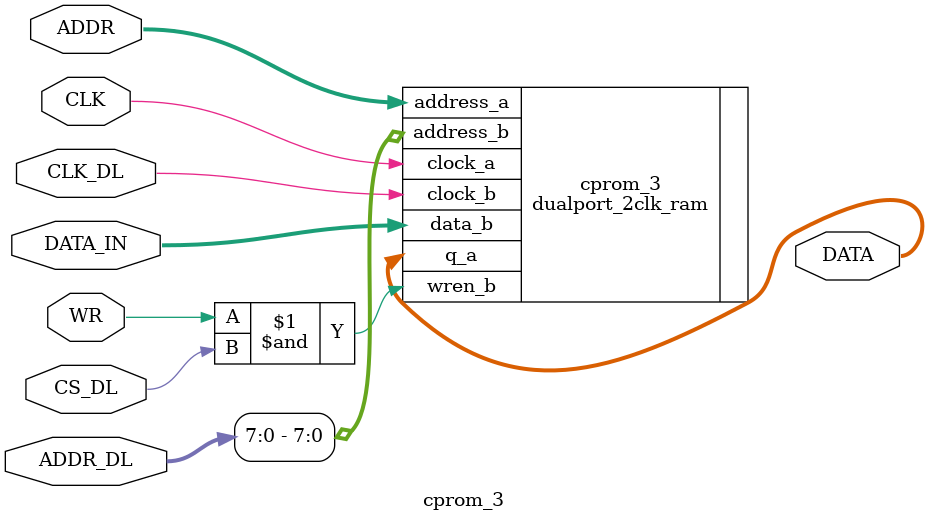
<source format=sv>



module selector
(
	input logic [24:0] ioctl_addr,
	output logic ep0_cs, ep1_cs, ep2_cs, ep3_cs, ep4_cs, ep5_cs, ep6_cs, ep7_cs, ep8_cs, ep9_cs, ep10_cs, ep11_cs, ep12_cs, ep13_cs,cp1_cs,cp2_cs,cp3_cs
);

	always_comb begin
		{ep0_cs, ep1_cs, ep2_cs, ep3_cs, ep4_cs, ep5_cs, ep6_cs, ep7_cs, ep8_cs, ep9_cs, ep10_cs, ep11_cs, ep12_cs, ep13_cs,cp1_cs,cp2_cs,cp3_cs} = 0;


		if     (ioctl_addr < 'h08000) ep0_cs = 1; // 0x8000 15   - Main CPU Main ROM Bank
		else if(ioctl_addr < 'h10000) ep1_cs = 1; // 0x8000 15   - Main CPU Banked ROM
		else if(ioctl_addr < 'h18000) ep2_cs = 1; // 0x8000 14	 - Graphics ROM

		
		
		else if(ioctl_addr < 'h1C000) ep3_cs = 1; // 0x0100 12   - Sound
		else if(ioctl_addr < 'h1C100) ep4_cs = 1; // 0x0F00 12   - Pallette
//		else if(ioctl_addr < 'h1D000) ep5_cs = 1; // 0x4000 12   - Reserved
//		else if(ioctl_addr < 'h1a217) ep5_cs = 1; // 0x2000 12   - Foreground - Chars

		/*		else if(ioctl_addr < 'h20000) ep5_cs = 1; // 0x8000 14   - Background - Tiles
		else if(ioctl_addr < 'h28000) ep6_cs = 1; // 0x8000 14	- Background - Tiles
		else if(ioctl_addr < 'h30000) ep7_cs = 1; // 0x8000 14	- Background - Tiles
		else if(ioctl_addr < 'h38000) ep8_cs = 1; // 0x8000 14	- Background - Tiles
		else if(ioctl_addr < 'h40000) ep9_cs = 1; // 0x8000 14	- Sprites
		else if(ioctl_addr < 'h48000) ep10_cs = 1; // 0x8000 14	- Sprites
		else if(ioctl_addr < 'h50000) ep11_cs = 1; // 0x8000 14	- Sprites
		else if(ioctl_addr < 'h58000) ep12_cs = 1; // 0x8000 14	- Sprites

		else if(ioctl_addr < 'h58100) cp1_cs = 1; // 0x8000 14	- Colour Prom #1
		else if(ioctl_addr < 'h58200) cp2_cs = 1; // 0x8000 14	- Colour Prom #2
		else if(ioctl_addr < 'h58300) cp3_cs = 1; // 0x8000 14	- Colour Prom #3 */

		else ep5_cs = 1; // 0x8000 14	- Background - Tiles

	end
endmodule

////////////
// EPROMS //
////////////

module eprom_0 //program
(
	input logic        CLK,
	input logic        CLK_DL,
	input logic        CEN,
	input logic [14:0] ADDR,
	input logic [24:0] ADDR_DL,
	input logic [7:0]  DATA_IN,
	input logic        CS_DL,
	input logic        WR,
	output logic [7:0] DATA
);

	dualport_2clk_ram #(.FALLING_B(1),.ADDR_WIDTH(15)) eprom_0
	(
		.clock_a(CLK),
		.address_a(ADDR[14:0]),
		.q_a(DATA),
		.clock_b(CLK_DL),
		.address_b(ADDR_DL[14:0]),
		.data_b(DATA_IN),
		.wren_b(WR & CS_DL)
	);
endmodule


module eprom_1  //program
(
	input logic        CLK,
	input logic        CLK_DL,
	input logic        CEN,	
	input logic [14:0] ADDR,
	input logic [24:0] ADDR_DL,
	input logic [7:0]  DATA_IN,
	input logic        CS_DL,
	input logic        WR,
	output logic [7:0] DATA
);
	
	dualport_2clk_ram #(.FALLING_B(1),.ADDR_WIDTH(15))eprom_1
	(
		.clock_a(CLK),
		.address_a(ADDR[14:0]),
		.q_a(DATA),
		.clock_b(CLK_DL),
		.address_b(ADDR_DL[14:0]),
		.data_b(DATA_IN),
		.wren_b(WR & CS_DL)
	);
endmodule

module eprom_2
(
	input logic        CLK,
	input logic        CLK_DL,
	input logic [14:0] ADDR,
	input logic [24:0] ADDR_DL,
	input logic [7:0]  DATA_IN,
	input logic        CS_DL,
	input logic        WR,
	output logic [7:0] DATA
);

	dualport_2clk_ram #(.FALLING_B(1),.ADDR_WIDTH(15)) eprom_2
	(
		.clock_a(CLK),
		.address_a(ADDR[14:0]),
		.q_a(DATA),
		.clock_b(CLK_DL),
		.address_b(ADDR_DL[14:0]),
		.data_b(DATA_IN),
		.wren_b(WR & CS_DL)
	);
endmodule

module eprom_3 //sound ROM
(
	input logic        CLK,
	input logic        CLK_DL,
	input logic [13:0] ADDR,
	input logic [24:0] ADDR_DL,
	input logic [7:0]  DATA_IN,
	input logic        CS_DL,
	input logic        WR,
	output logic [7:0] DATA
);

	dualport_2clk_ram #(.FALLING_B(1),.ADDR_WIDTH(14)) eprom_3
	(
		.clock_a(CLK),
		.address_a(ADDR[13:0]),
		.q_a(DATA[7:0]),
		.clock_b(CLK_DL),
		.address_b(ADDR_DL[13:0]),
		.data_b(DATA_IN),
		.wren_b(WR & CS_DL)
	);
endmodule



module eprom_4 //layer ROM
(
	input logic        CLK,
	input logic        CLK_DL,
	input logic [7:0] ADDR,
	input logic [24:0] ADDR_DL,
	input logic [7:0]  DATA_IN,
	input logic        CS_DL,
	input logic        WR,
	output logic [7:0] DATA
);
	dualport_2clk_ram #(.FALLING_B(1),.ADDR_WIDTH(8)) eprom_4
	(
		.clock_a(CLK),
		.address_a(ADDR[7:0]),
		.q_a(DATA[7:0]),

		.clock_b(CLK_DL),
		.address_b(ADDR_DL[7:0]),
		.data_b(DATA_IN),
		.wren_b(WR & CS_DL)
	);
endmodule

module eprom_dummy
(
	input logic        CLK,
	input logic        CLK_DL,
	input logic [12:0] ADDR,
	input logic [24:0] ADDR_DL,
	input logic [7:0]  DATA_IN,
	input logic        CS_DL,
	input logic        WR,
	output logic [7:0] DATA
);
	dualport_2clk_ram #(.FALLING_B(1),.ADDR_WIDTH(13)) eprom_dummy
	(
		.clock_a(CLK),
		.address_a(ADDR[12:0]),
		.q_a(DATA[7:0]),

		.clock_b(CLK_DL),
		.address_b(ADDR_DL[12:0]),
		.data_b(DATA_IN),
		.wren_b(WR & CS_DL)
	);
endmodule

module eprom_5 //sound cpu program / data
(
	input logic        CLK,
	input logic        CLK_DL,
	input logic [13:0] ADDR,
	input logic [24:0] ADDR_DL,
	input logic [7:0]  DATA_IN,
	input logic        CS_DL,
	input logic        WR,
	output logic [7:0] DATA
);
	dualport_2clk_ram #(.FALLING_B(1),.ADDR_WIDTH(14)) eprom_5
	(
		.clock_a(CLK),
		.address_a(ADDR[13:0]),
		.q_a(DATA[7:0]),

		.clock_b(CLK_DL),
		.address_b(ADDR_DL[13:0]),
		.data_b(DATA_IN),
		.wren_b(WR & CS_DL)
	);
endmodule


module eprom_6
(
	input logic        CLK,
	input logic        CLK_DL,
	input logic [14:0] ADDR,
	input logic [24:0] ADDR_DL,
	input logic [7:0]  DATA_IN,
	input logic        CS_DL,
	input logic        WR,
	output logic [7:0] DATA
);
	dualport_2clk_ram #(.FALLING_B(1),.ADDR_WIDTH(15)) eprom_6
	(
		.clock_a(CLK),
		.address_a(ADDR[14:0]),
		.q_a(DATA[7:0]),

		.clock_b(CLK_DL),
		.address_b(ADDR_DL[14:0]),
		.data_b(DATA_IN),
		.wren_b(WR & CS_DL)
	);
endmodule



module eprom_7
(
	input logic        CLK,
	input logic        CLK_DL,
	input logic [14:0] ADDR,
	input logic [24:0] ADDR_DL,
	input logic [7:0]  DATA_IN,
	input logic        CS_DL,
	input logic        WR,
	output logic [7:0] DATA
);
	dualport_2clk_ram #(.FALLING_B(1),.ADDR_WIDTH(15)) eprom_7
	(
		.clock_a(CLK),
		.address_a(ADDR[14:0]),
		.q_a(DATA[7:0]),

		.clock_b(CLK_DL),
		.address_b(ADDR_DL[14:0]),
		.data_b(DATA_IN),
		.wren_b(WR & CS_DL)
	);
endmodule


module eprom_8
(
	input logic        CLK,
	input logic        CLK_DL,
	input logic [14:0] ADDR,
	input logic [24:0] ADDR_DL,
	input logic [7:0]  DATA_IN,
	input logic        CS_DL,
	input logic        WR,
	output logic [7:0] DATA
);
	dualport_2clk_ram #(.FALLING_B(1),.ADDR_WIDTH(15)) eprom_8
	(
		.clock_a(CLK),
		.address_a(ADDR[14:0]),
		.q_a(DATA[7:0]),

		.clock_b(CLK_DL),
		.address_b(ADDR_DL[14:0]),
		.data_b(DATA_IN),
		.wren_b(WR & CS_DL)
	);
endmodule

module eprom_9
(
	input logic        CLK,
	input logic        CLK_DL,
	input logic [14:0] ADDR,
	input logic [24:0] ADDR_DL,
	input logic [7:0]  DATA_IN,
	input logic        CS_DL,
	input logic        WR,
	output logic [7:0] DATA
);
	dualport_2clk_ram #(.FALLING_B(1),.ADDR_WIDTH(15)) eprom_9
	(
		.clock_a(CLK),
		.address_a(ADDR[14:0]),
		.q_a(DATA[7:0]),

		.clock_b(CLK_DL),
		.address_b(ADDR_DL[14:0]),
		.data_b(DATA_IN),
		.wren_b(WR & CS_DL)
	);
endmodule

module eprom_10
(
	input logic        CLK,
	input logic        CLK_DL,
	input logic [14:0] ADDR,
	input logic [24:0] ADDR_DL,
	input logic [7:0]  DATA_IN,
	input logic        CS_DL,
	input logic        WR,
	output logic [7:0] DATA
);
	dualport_2clk_ram #(.FALLING_B(1),.ADDR_WIDTH(15)) eprom_10
	(
		.clock_a(CLK),
		.address_a(ADDR[14:0]),
		.q_a(DATA[7:0]),

		.clock_b(CLK_DL),
		.address_b(ADDR_DL[14:0]),
		.data_b(DATA_IN),
		.wren_b(WR & CS_DL)
	);
endmodule

module eprom_11
(
	input logic        CLK,
	input logic        CLK_DL,
	input logic [14:0] ADDR,
	input logic [24:0] ADDR_DL,
	input logic [7:0]  DATA_IN,
	input logic        CS_DL,
	input logic        WR,
	output logic [7:0] DATA
);
	dualport_2clk_ram #(.FALLING_B(1),.ADDR_WIDTH(15)) eprom_11
	(
		.clock_a(CLK),
		.address_a(ADDR[14:0]),
		.q_a(DATA[7:0]),

		.clock_b(CLK_DL),
		.address_b(ADDR_DL[14:0]),
		.data_b(DATA_IN),
		.wren_b(WR & CS_DL)
	);
endmodule

module eprom_12
(
	input logic        CLK,
	input logic        CLK_DL,
	input logic [14:0] ADDR,
	input logic [24:0] ADDR_DL,
	input logic [7:0]  DATA_IN,
	input logic        CS_DL,
	input logic        WR,
	output logic [7:0] DATA
);
	dualport_2clk_ram #(.FALLING_B(1),.ADDR_WIDTH(15)) eprom_12
	(
		.clock_a(CLK),
		.address_a(ADDR[14:0]),
		.q_a(DATA[7:0]),

		.clock_b(CLK_DL),
		.address_b(ADDR_DL[14:0]),
		.data_b(DATA_IN),
		.wren_b(WR & CS_DL)
	);
endmodule

///////////
// PROMS //
///////////

module cprom_1
(
	input logic        CLK,
	input logic        CLK_DL,
	input logic [7:0]  ADDR,
	input logic [24:0] ADDR_DL,
	input logic [7:0]  DATA_IN,
	input logic        CS_DL,
	input logic        WR,
	output logic [3:0] DATA
);
	dualport_2clk_ram #(.FALLING_B(1),.ADDR_WIDTH(8)) cprom_1
	(
		.clock_a(CLK),
		.address_a(ADDR),
		.q_a(DATA[3:0]),

		.clock_b(CLK_DL),
		.address_b(ADDR_DL[7:0]),
		.data_b(DATA_IN),
		.wren_b(WR & CS_DL)
	);
endmodule

module cprom_2
(
	input logic        CLK,
	input logic        CLK_DL,
	input logic [7:0]  ADDR,
	input logic [24:0] ADDR_DL,
	input logic [7:0]  DATA_IN,
	input logic        CS_DL,
	input logic        WR,
	output logic [3:0] DATA
);
	dualport_2clk_ram #(.FALLING_B(1),.ADDR_WIDTH(8)) cprom_2
	(
		.clock_a(CLK),
		.address_a(ADDR),
		.q_a(DATA[3:0]),

		.clock_b(CLK_DL),
		.address_b(ADDR_DL[7:0]),
		.data_b(DATA_IN),
		.wren_b(WR & CS_DL)
	);
endmodule

module cprom_3
(
	input logic        CLK,
	input logic        CLK_DL,
	input logic [7:0]  ADDR,
	input logic [24:0] ADDR_DL,
	input logic [7:0]  DATA_IN,
	input logic        CS_DL,
	input logic        WR,
	output logic [3:0] DATA
);
	dualport_2clk_ram #(.FALLING_B(1),.ADDR_WIDTH(8)) cprom_3
	(
		.clock_a(CLK),
		.address_a(ADDR),
		.q_a(DATA[3:0]),

		.clock_b(CLK_DL),
		.address_b(ADDR_DL[7:0]),
		.data_b(DATA_IN),
		.wren_b(WR & CS_DL)
	);
endmodule

</source>
